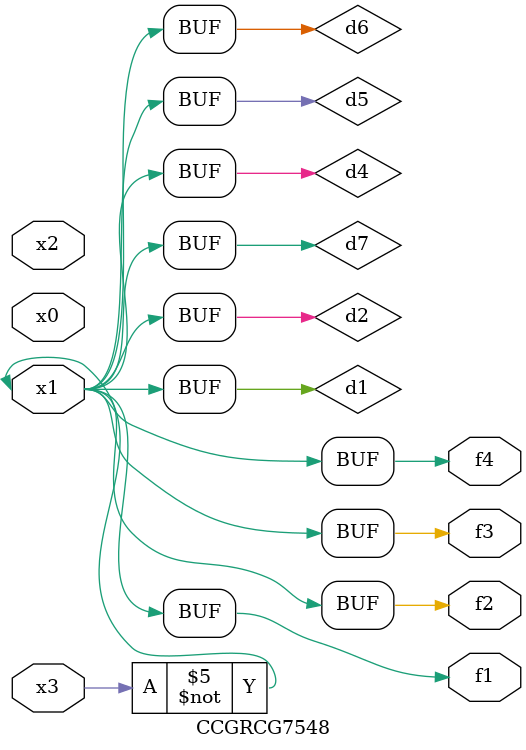
<source format=v>
module CCGRCG7548(
	input x0, x1, x2, x3,
	output f1, f2, f3, f4
);

	wire d1, d2, d3, d4, d5, d6, d7;

	not (d1, x3);
	buf (d2, x1);
	xnor (d3, d1, d2);
	nor (d4, d1);
	buf (d5, d1, d2);
	buf (d6, d4, d5);
	nand (d7, d4);
	assign f1 = d6;
	assign f2 = d7;
	assign f3 = d6;
	assign f4 = d6;
endmodule

</source>
